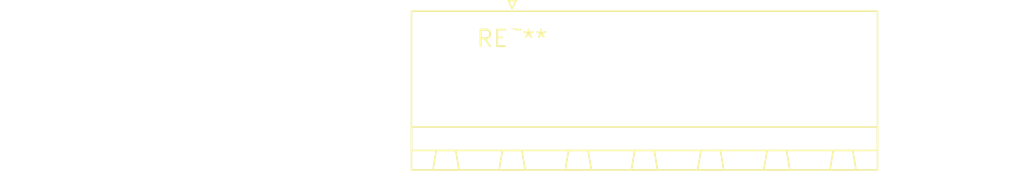
<source format=kicad_pcb>
(kicad_pcb (version 20240108) (generator pcbnew)
  (layers (0 "F.Cu" signal) (31 "B.Cu" signal) (34 "B.Paste" user) (35 "F.Paste" user) (36 "B.SilkS" user "B.Silkscreen") (37 "F.SilkS" user "F.Silkscreen") (38 "B.Mask" user) (39 "F.Mask" user) (44 "Edge.Cuts" user))
  (net 0 "")
  (footprint "PhoenixContact_MSTB_2,5_5-GF-5,08_1x05_P5.08mm_Horizontal_ThreadedFlange" (layer "F.Cu") (at 0 0)
    (property "Reference" "REF**")
    (property "Value" "PhoenixContact_MSTB_2,5_5-GF-5,08_1x05_P5.08mm_Horizontal_ThreadedFlange")
    (fp_line (start -7.73 -2.11) (end -7.73 10.11) (layer "F.SilkS") (stroke (width 0.12)))
    (fp_line (start -7.73 6.81) (end 28.05 6.81) (layer "F.SilkS") (stroke (width 0.12)))
    (fp_line (start -7.73 8.61) (end -7.73 6.81) (layer "F.SilkS") (stroke (width 0.12)))
    (fp_line (start -7.73 10.11) (end 28.05 10.11) (layer "F.SilkS") (stroke (width 0.12)))
    (fp_line (start -6.08 10.11) (end -4.08 10.11) (layer "F.SilkS") (stroke (width 0.12)))
    (fp_line (start -5.83 8.61) (end -6.08 10.11) (layer "F.SilkS") (stroke (width 0.12)))
    (fp_line (start -4.33 8.61) (end -5.83 8.61) (layer "F.SilkS") (stroke (width 0.12)))
    (fp_line (start -4.08 10.11) (end -4.33 8.61) (layer "F.SilkS") (stroke (width 0.12)))
    (fp_line (start -1 10.11) (end 1 10.11) (layer "F.SilkS") (stroke (width 0.12)))
    (fp_line (start -0.75 8.61) (end -1 10.11) (layer "F.SilkS") (stroke (width 0.12)))
    (fp_line (start -0.3 -2.91) (end 0.3 -2.91) (layer "F.SilkS") (stroke (width 0.12)))
    (fp_line (start 0 -2.31) (end -0.3 -2.91) (layer "F.SilkS") (stroke (width 0.12)))
    (fp_line (start 0.3 -2.91) (end 0 -2.31) (layer "F.SilkS") (stroke (width 0.12)))
    (fp_line (start 0.75 8.61) (end -0.75 8.61) (layer "F.SilkS") (stroke (width 0.12)))
    (fp_line (start 1 10.11) (end 0.75 8.61) (layer "F.SilkS") (stroke (width 0.12)))
    (fp_line (start 4.08 10.11) (end 6.08 10.11) (layer "F.SilkS") (stroke (width 0.12)))
    (fp_line (start 4.33 8.61) (end 4.08 10.11) (layer "F.SilkS") (stroke (width 0.12)))
    (fp_line (start 5.83 8.61) (end 4.33 8.61) (layer "F.SilkS") (stroke (width 0.12)))
    (fp_line (start 6.08 10.11) (end 5.83 8.61) (layer "F.SilkS") (stroke (width 0.12)))
    (fp_line (start 9.16 10.11) (end 11.16 10.11) (layer "F.SilkS") (stroke (width 0.12)))
    (fp_line (start 9.41 8.61) (end 9.16 10.11) (layer "F.SilkS") (stroke (width 0.12)))
    (fp_line (start 10.91 8.61) (end 9.41 8.61) (layer "F.SilkS") (stroke (width 0.12)))
    (fp_line (start 11.16 10.11) (end 10.91 8.61) (layer "F.SilkS") (stroke (width 0.12)))
    (fp_line (start 14.24 10.11) (end 16.24 10.11) (layer "F.SilkS") (stroke (width 0.12)))
    (fp_line (start 14.49 8.61) (end 14.24 10.11) (layer "F.SilkS") (stroke (width 0.12)))
    (fp_line (start 15.99 8.61) (end 14.49 8.61) (layer "F.SilkS") (stroke (width 0.12)))
    (fp_line (start 16.24 10.11) (end 15.99 8.61) (layer "F.SilkS") (stroke (width 0.12)))
    (fp_line (start 19.32 10.11) (end 21.32 10.11) (layer "F.SilkS") (stroke (width 0.12)))
    (fp_line (start 19.57 8.61) (end 19.32 10.11) (layer "F.SilkS") (stroke (width 0.12)))
    (fp_line (start 21.07 8.61) (end 19.57 8.61) (layer "F.SilkS") (stroke (width 0.12)))
    (fp_line (start 21.32 10.11) (end 21.07 8.61) (layer "F.SilkS") (stroke (width 0.12)))
    (fp_line (start 24.4 10.11) (end 26.4 10.11) (layer "F.SilkS") (stroke (width 0.12)))
    (fp_line (start 24.65 8.61) (end 24.4 10.11) (layer "F.SilkS") (stroke (width 0.12)))
    (fp_line (start 26.15 8.61) (end 24.65 8.61) (layer "F.SilkS") (stroke (width 0.12)))
    (fp_line (start 26.4 10.11) (end 26.15 8.61) (layer "F.SilkS") (stroke (width 0.12)))
    (fp_line (start 28.05 -2.11) (end -7.73 -2.11) (layer "F.SilkS") (stroke (width 0.12)))
    (fp_line (start 28.05 6.81) (end 28.05 8.61) (layer "F.SilkS") (stroke (width 0.12)))
    (fp_line (start 28.05 8.61) (end -7.73 8.61) (layer "F.SilkS") (stroke (width 0.12)))
    (fp_line (start 28.05 10.11) (end 28.05 -2.11) (layer "F.SilkS") (stroke (width 0.12)))
    (pad "1" thru_hole roundrect (at 0 0) (size 2.08 3.6) (drill 1.4) (layers *.Cu *.Mask) (remove_unused_layers) (roundrect_rratio 0.120192))
    (pad "2" thru_hole oval (at 5.08 0) (size 2.08 3.6) (drill 1.4) (layers *.Cu *.Mask) (remove_unused_layers))
    (pad "3" thru_hole oval (at 10.16 0) (size 2.08 3.6) (drill 1.4) (layers *.Cu *.Mask) (remove_unused_layers))
    (pad "4" thru_hole oval (at 15.24 0) (size 2.08 3.6) (drill 1.4) (layers *.Cu *.Mask) (remove_unused_layers))
    (pad "5" thru_hole oval (at 20.32 0) (size 2.08 3.6) (drill 1.4) (layers *.Cu *.Mask) (remove_unused_layers))
  )
)
</source>
